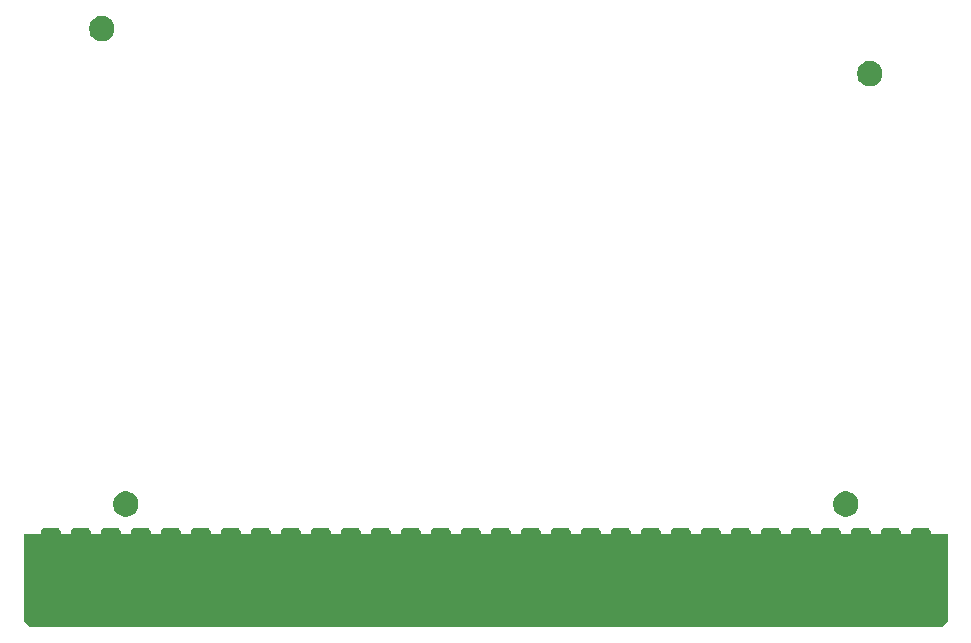
<source format=gbs>
G04 #@! TF.GenerationSoftware,KiCad,Pcbnew,(5.1.2-1)-1*
G04 #@! TF.CreationDate,2019-07-21T13:59:44-04:00*
G04 #@! TF.ProjectId,RAM2E,52414d32-452e-46b6-9963-61645f706362,rev?*
G04 #@! TF.SameCoordinates,Original*
G04 #@! TF.FileFunction,Soldermask,Bot*
G04 #@! TF.FilePolarity,Negative*
%FSLAX46Y46*%
G04 Gerber Fmt 4.6, Leading zero omitted, Abs format (unit mm)*
G04 Created by KiCad (PCBNEW (5.1.2-1)-1) date 2019-07-21 13:59:44*
%MOMM*%
%LPD*%
G04 APERTURE LIST*
%ADD10C,0.100000*%
G04 APERTURE END LIST*
D10*
G36*
X276606000Y-139446000D02*
G01*
X276098000Y-139954000D01*
X198882000Y-139954000D01*
X198374000Y-139446000D01*
X198374000Y-132080000D01*
X276606000Y-132080000D01*
X276606000Y-139446000D01*
G37*
G36*
X274846355Y-131543544D02*
G01*
X274918967Y-131565570D01*
X274985881Y-131601336D01*
X275044531Y-131649469D01*
X275092664Y-131708119D01*
X275128430Y-131775033D01*
X275150456Y-131847645D01*
X275158200Y-131926267D01*
X275158200Y-138837733D01*
X275150456Y-138916355D01*
X275128430Y-138988967D01*
X275092664Y-139055881D01*
X275044531Y-139114531D01*
X274985881Y-139162664D01*
X274918967Y-139198430D01*
X274846355Y-139220456D01*
X274767733Y-139228200D01*
X273872267Y-139228200D01*
X273793645Y-139220456D01*
X273721033Y-139198430D01*
X273654119Y-139162664D01*
X273595469Y-139114531D01*
X273547336Y-139055881D01*
X273511570Y-138988967D01*
X273489544Y-138916355D01*
X273481800Y-138837733D01*
X273481800Y-131926267D01*
X273489544Y-131847645D01*
X273511570Y-131775033D01*
X273547336Y-131708119D01*
X273595469Y-131649469D01*
X273654119Y-131601336D01*
X273721033Y-131565570D01*
X273793645Y-131543544D01*
X273872267Y-131535800D01*
X274767733Y-131535800D01*
X274846355Y-131543544D01*
X274846355Y-131543544D01*
G37*
G36*
X272306355Y-131543544D02*
G01*
X272378967Y-131565570D01*
X272445881Y-131601336D01*
X272504531Y-131649469D01*
X272552664Y-131708119D01*
X272588430Y-131775033D01*
X272610456Y-131847645D01*
X272618200Y-131926267D01*
X272618200Y-138837733D01*
X272610456Y-138916355D01*
X272588430Y-138988967D01*
X272552664Y-139055881D01*
X272504531Y-139114531D01*
X272445881Y-139162664D01*
X272378967Y-139198430D01*
X272306355Y-139220456D01*
X272227733Y-139228200D01*
X271332267Y-139228200D01*
X271253645Y-139220456D01*
X271181033Y-139198430D01*
X271114119Y-139162664D01*
X271055469Y-139114531D01*
X271007336Y-139055881D01*
X270971570Y-138988967D01*
X270949544Y-138916355D01*
X270941800Y-138837733D01*
X270941800Y-131926267D01*
X270949544Y-131847645D01*
X270971570Y-131775033D01*
X271007336Y-131708119D01*
X271055469Y-131649469D01*
X271114119Y-131601336D01*
X271181033Y-131565570D01*
X271253645Y-131543544D01*
X271332267Y-131535800D01*
X272227733Y-131535800D01*
X272306355Y-131543544D01*
X272306355Y-131543544D01*
G37*
G36*
X269766355Y-131543544D02*
G01*
X269838967Y-131565570D01*
X269905881Y-131601336D01*
X269964531Y-131649469D01*
X270012664Y-131708119D01*
X270048430Y-131775033D01*
X270070456Y-131847645D01*
X270078200Y-131926267D01*
X270078200Y-138837733D01*
X270070456Y-138916355D01*
X270048430Y-138988967D01*
X270012664Y-139055881D01*
X269964531Y-139114531D01*
X269905881Y-139162664D01*
X269838967Y-139198430D01*
X269766355Y-139220456D01*
X269687733Y-139228200D01*
X268792267Y-139228200D01*
X268713645Y-139220456D01*
X268641033Y-139198430D01*
X268574119Y-139162664D01*
X268515469Y-139114531D01*
X268467336Y-139055881D01*
X268431570Y-138988967D01*
X268409544Y-138916355D01*
X268401800Y-138837733D01*
X268401800Y-131926267D01*
X268409544Y-131847645D01*
X268431570Y-131775033D01*
X268467336Y-131708119D01*
X268515469Y-131649469D01*
X268574119Y-131601336D01*
X268641033Y-131565570D01*
X268713645Y-131543544D01*
X268792267Y-131535800D01*
X269687733Y-131535800D01*
X269766355Y-131543544D01*
X269766355Y-131543544D01*
G37*
G36*
X267226355Y-131543544D02*
G01*
X267298967Y-131565570D01*
X267365881Y-131601336D01*
X267424531Y-131649469D01*
X267472664Y-131708119D01*
X267508430Y-131775033D01*
X267530456Y-131847645D01*
X267538200Y-131926267D01*
X267538200Y-138837733D01*
X267530456Y-138916355D01*
X267508430Y-138988967D01*
X267472664Y-139055881D01*
X267424531Y-139114531D01*
X267365881Y-139162664D01*
X267298967Y-139198430D01*
X267226355Y-139220456D01*
X267147733Y-139228200D01*
X266252267Y-139228200D01*
X266173645Y-139220456D01*
X266101033Y-139198430D01*
X266034119Y-139162664D01*
X265975469Y-139114531D01*
X265927336Y-139055881D01*
X265891570Y-138988967D01*
X265869544Y-138916355D01*
X265861800Y-138837733D01*
X265861800Y-131926267D01*
X265869544Y-131847645D01*
X265891570Y-131775033D01*
X265927336Y-131708119D01*
X265975469Y-131649469D01*
X266034119Y-131601336D01*
X266101033Y-131565570D01*
X266173645Y-131543544D01*
X266252267Y-131535800D01*
X267147733Y-131535800D01*
X267226355Y-131543544D01*
X267226355Y-131543544D01*
G37*
G36*
X264686355Y-131543544D02*
G01*
X264758967Y-131565570D01*
X264825881Y-131601336D01*
X264884531Y-131649469D01*
X264932664Y-131708119D01*
X264968430Y-131775033D01*
X264990456Y-131847645D01*
X264998200Y-131926267D01*
X264998200Y-138837733D01*
X264990456Y-138916355D01*
X264968430Y-138988967D01*
X264932664Y-139055881D01*
X264884531Y-139114531D01*
X264825881Y-139162664D01*
X264758967Y-139198430D01*
X264686355Y-139220456D01*
X264607733Y-139228200D01*
X263712267Y-139228200D01*
X263633645Y-139220456D01*
X263561033Y-139198430D01*
X263494119Y-139162664D01*
X263435469Y-139114531D01*
X263387336Y-139055881D01*
X263351570Y-138988967D01*
X263329544Y-138916355D01*
X263321800Y-138837733D01*
X263321800Y-131926267D01*
X263329544Y-131847645D01*
X263351570Y-131775033D01*
X263387336Y-131708119D01*
X263435469Y-131649469D01*
X263494119Y-131601336D01*
X263561033Y-131565570D01*
X263633645Y-131543544D01*
X263712267Y-131535800D01*
X264607733Y-131535800D01*
X264686355Y-131543544D01*
X264686355Y-131543544D01*
G37*
G36*
X262146355Y-131543544D02*
G01*
X262218967Y-131565570D01*
X262285881Y-131601336D01*
X262344531Y-131649469D01*
X262392664Y-131708119D01*
X262428430Y-131775033D01*
X262450456Y-131847645D01*
X262458200Y-131926267D01*
X262458200Y-138837733D01*
X262450456Y-138916355D01*
X262428430Y-138988967D01*
X262392664Y-139055881D01*
X262344531Y-139114531D01*
X262285881Y-139162664D01*
X262218967Y-139198430D01*
X262146355Y-139220456D01*
X262067733Y-139228200D01*
X261172267Y-139228200D01*
X261093645Y-139220456D01*
X261021033Y-139198430D01*
X260954119Y-139162664D01*
X260895469Y-139114531D01*
X260847336Y-139055881D01*
X260811570Y-138988967D01*
X260789544Y-138916355D01*
X260781800Y-138837733D01*
X260781800Y-131926267D01*
X260789544Y-131847645D01*
X260811570Y-131775033D01*
X260847336Y-131708119D01*
X260895469Y-131649469D01*
X260954119Y-131601336D01*
X261021033Y-131565570D01*
X261093645Y-131543544D01*
X261172267Y-131535800D01*
X262067733Y-131535800D01*
X262146355Y-131543544D01*
X262146355Y-131543544D01*
G37*
G36*
X259606355Y-131543544D02*
G01*
X259678967Y-131565570D01*
X259745881Y-131601336D01*
X259804531Y-131649469D01*
X259852664Y-131708119D01*
X259888430Y-131775033D01*
X259910456Y-131847645D01*
X259918200Y-131926267D01*
X259918200Y-138837733D01*
X259910456Y-138916355D01*
X259888430Y-138988967D01*
X259852664Y-139055881D01*
X259804531Y-139114531D01*
X259745881Y-139162664D01*
X259678967Y-139198430D01*
X259606355Y-139220456D01*
X259527733Y-139228200D01*
X258632267Y-139228200D01*
X258553645Y-139220456D01*
X258481033Y-139198430D01*
X258414119Y-139162664D01*
X258355469Y-139114531D01*
X258307336Y-139055881D01*
X258271570Y-138988967D01*
X258249544Y-138916355D01*
X258241800Y-138837733D01*
X258241800Y-131926267D01*
X258249544Y-131847645D01*
X258271570Y-131775033D01*
X258307336Y-131708119D01*
X258355469Y-131649469D01*
X258414119Y-131601336D01*
X258481033Y-131565570D01*
X258553645Y-131543544D01*
X258632267Y-131535800D01*
X259527733Y-131535800D01*
X259606355Y-131543544D01*
X259606355Y-131543544D01*
G37*
G36*
X257066355Y-131543544D02*
G01*
X257138967Y-131565570D01*
X257205881Y-131601336D01*
X257264531Y-131649469D01*
X257312664Y-131708119D01*
X257348430Y-131775033D01*
X257370456Y-131847645D01*
X257378200Y-131926267D01*
X257378200Y-138837733D01*
X257370456Y-138916355D01*
X257348430Y-138988967D01*
X257312664Y-139055881D01*
X257264531Y-139114531D01*
X257205881Y-139162664D01*
X257138967Y-139198430D01*
X257066355Y-139220456D01*
X256987733Y-139228200D01*
X256092267Y-139228200D01*
X256013645Y-139220456D01*
X255941033Y-139198430D01*
X255874119Y-139162664D01*
X255815469Y-139114531D01*
X255767336Y-139055881D01*
X255731570Y-138988967D01*
X255709544Y-138916355D01*
X255701800Y-138837733D01*
X255701800Y-131926267D01*
X255709544Y-131847645D01*
X255731570Y-131775033D01*
X255767336Y-131708119D01*
X255815469Y-131649469D01*
X255874119Y-131601336D01*
X255941033Y-131565570D01*
X256013645Y-131543544D01*
X256092267Y-131535800D01*
X256987733Y-131535800D01*
X257066355Y-131543544D01*
X257066355Y-131543544D01*
G37*
G36*
X254526355Y-131543544D02*
G01*
X254598967Y-131565570D01*
X254665881Y-131601336D01*
X254724531Y-131649469D01*
X254772664Y-131708119D01*
X254808430Y-131775033D01*
X254830456Y-131847645D01*
X254838200Y-131926267D01*
X254838200Y-138837733D01*
X254830456Y-138916355D01*
X254808430Y-138988967D01*
X254772664Y-139055881D01*
X254724531Y-139114531D01*
X254665881Y-139162664D01*
X254598967Y-139198430D01*
X254526355Y-139220456D01*
X254447733Y-139228200D01*
X253552267Y-139228200D01*
X253473645Y-139220456D01*
X253401033Y-139198430D01*
X253334119Y-139162664D01*
X253275469Y-139114531D01*
X253227336Y-139055881D01*
X253191570Y-138988967D01*
X253169544Y-138916355D01*
X253161800Y-138837733D01*
X253161800Y-131926267D01*
X253169544Y-131847645D01*
X253191570Y-131775033D01*
X253227336Y-131708119D01*
X253275469Y-131649469D01*
X253334119Y-131601336D01*
X253401033Y-131565570D01*
X253473645Y-131543544D01*
X253552267Y-131535800D01*
X254447733Y-131535800D01*
X254526355Y-131543544D01*
X254526355Y-131543544D01*
G37*
G36*
X251986355Y-131543544D02*
G01*
X252058967Y-131565570D01*
X252125881Y-131601336D01*
X252184531Y-131649469D01*
X252232664Y-131708119D01*
X252268430Y-131775033D01*
X252290456Y-131847645D01*
X252298200Y-131926267D01*
X252298200Y-138837733D01*
X252290456Y-138916355D01*
X252268430Y-138988967D01*
X252232664Y-139055881D01*
X252184531Y-139114531D01*
X252125881Y-139162664D01*
X252058967Y-139198430D01*
X251986355Y-139220456D01*
X251907733Y-139228200D01*
X251012267Y-139228200D01*
X250933645Y-139220456D01*
X250861033Y-139198430D01*
X250794119Y-139162664D01*
X250735469Y-139114531D01*
X250687336Y-139055881D01*
X250651570Y-138988967D01*
X250629544Y-138916355D01*
X250621800Y-138837733D01*
X250621800Y-131926267D01*
X250629544Y-131847645D01*
X250651570Y-131775033D01*
X250687336Y-131708119D01*
X250735469Y-131649469D01*
X250794119Y-131601336D01*
X250861033Y-131565570D01*
X250933645Y-131543544D01*
X251012267Y-131535800D01*
X251907733Y-131535800D01*
X251986355Y-131543544D01*
X251986355Y-131543544D01*
G37*
G36*
X249446355Y-131543544D02*
G01*
X249518967Y-131565570D01*
X249585881Y-131601336D01*
X249644531Y-131649469D01*
X249692664Y-131708119D01*
X249728430Y-131775033D01*
X249750456Y-131847645D01*
X249758200Y-131926267D01*
X249758200Y-138837733D01*
X249750456Y-138916355D01*
X249728430Y-138988967D01*
X249692664Y-139055881D01*
X249644531Y-139114531D01*
X249585881Y-139162664D01*
X249518967Y-139198430D01*
X249446355Y-139220456D01*
X249367733Y-139228200D01*
X248472267Y-139228200D01*
X248393645Y-139220456D01*
X248321033Y-139198430D01*
X248254119Y-139162664D01*
X248195469Y-139114531D01*
X248147336Y-139055881D01*
X248111570Y-138988967D01*
X248089544Y-138916355D01*
X248081800Y-138837733D01*
X248081800Y-131926267D01*
X248089544Y-131847645D01*
X248111570Y-131775033D01*
X248147336Y-131708119D01*
X248195469Y-131649469D01*
X248254119Y-131601336D01*
X248321033Y-131565570D01*
X248393645Y-131543544D01*
X248472267Y-131535800D01*
X249367733Y-131535800D01*
X249446355Y-131543544D01*
X249446355Y-131543544D01*
G37*
G36*
X246906355Y-131543544D02*
G01*
X246978967Y-131565570D01*
X247045881Y-131601336D01*
X247104531Y-131649469D01*
X247152664Y-131708119D01*
X247188430Y-131775033D01*
X247210456Y-131847645D01*
X247218200Y-131926267D01*
X247218200Y-138837733D01*
X247210456Y-138916355D01*
X247188430Y-138988967D01*
X247152664Y-139055881D01*
X247104531Y-139114531D01*
X247045881Y-139162664D01*
X246978967Y-139198430D01*
X246906355Y-139220456D01*
X246827733Y-139228200D01*
X245932267Y-139228200D01*
X245853645Y-139220456D01*
X245781033Y-139198430D01*
X245714119Y-139162664D01*
X245655469Y-139114531D01*
X245607336Y-139055881D01*
X245571570Y-138988967D01*
X245549544Y-138916355D01*
X245541800Y-138837733D01*
X245541800Y-131926267D01*
X245549544Y-131847645D01*
X245571570Y-131775033D01*
X245607336Y-131708119D01*
X245655469Y-131649469D01*
X245714119Y-131601336D01*
X245781033Y-131565570D01*
X245853645Y-131543544D01*
X245932267Y-131535800D01*
X246827733Y-131535800D01*
X246906355Y-131543544D01*
X246906355Y-131543544D01*
G37*
G36*
X244366355Y-131543544D02*
G01*
X244438967Y-131565570D01*
X244505881Y-131601336D01*
X244564531Y-131649469D01*
X244612664Y-131708119D01*
X244648430Y-131775033D01*
X244670456Y-131847645D01*
X244678200Y-131926267D01*
X244678200Y-138837733D01*
X244670456Y-138916355D01*
X244648430Y-138988967D01*
X244612664Y-139055881D01*
X244564531Y-139114531D01*
X244505881Y-139162664D01*
X244438967Y-139198430D01*
X244366355Y-139220456D01*
X244287733Y-139228200D01*
X243392267Y-139228200D01*
X243313645Y-139220456D01*
X243241033Y-139198430D01*
X243174119Y-139162664D01*
X243115469Y-139114531D01*
X243067336Y-139055881D01*
X243031570Y-138988967D01*
X243009544Y-138916355D01*
X243001800Y-138837733D01*
X243001800Y-131926267D01*
X243009544Y-131847645D01*
X243031570Y-131775033D01*
X243067336Y-131708119D01*
X243115469Y-131649469D01*
X243174119Y-131601336D01*
X243241033Y-131565570D01*
X243313645Y-131543544D01*
X243392267Y-131535800D01*
X244287733Y-131535800D01*
X244366355Y-131543544D01*
X244366355Y-131543544D01*
G37*
G36*
X241826355Y-131543544D02*
G01*
X241898967Y-131565570D01*
X241965881Y-131601336D01*
X242024531Y-131649469D01*
X242072664Y-131708119D01*
X242108430Y-131775033D01*
X242130456Y-131847645D01*
X242138200Y-131926267D01*
X242138200Y-138837733D01*
X242130456Y-138916355D01*
X242108430Y-138988967D01*
X242072664Y-139055881D01*
X242024531Y-139114531D01*
X241965881Y-139162664D01*
X241898967Y-139198430D01*
X241826355Y-139220456D01*
X241747733Y-139228200D01*
X240852267Y-139228200D01*
X240773645Y-139220456D01*
X240701033Y-139198430D01*
X240634119Y-139162664D01*
X240575469Y-139114531D01*
X240527336Y-139055881D01*
X240491570Y-138988967D01*
X240469544Y-138916355D01*
X240461800Y-138837733D01*
X240461800Y-131926267D01*
X240469544Y-131847645D01*
X240491570Y-131775033D01*
X240527336Y-131708119D01*
X240575469Y-131649469D01*
X240634119Y-131601336D01*
X240701033Y-131565570D01*
X240773645Y-131543544D01*
X240852267Y-131535800D01*
X241747733Y-131535800D01*
X241826355Y-131543544D01*
X241826355Y-131543544D01*
G37*
G36*
X239286355Y-131543544D02*
G01*
X239358967Y-131565570D01*
X239425881Y-131601336D01*
X239484531Y-131649469D01*
X239532664Y-131708119D01*
X239568430Y-131775033D01*
X239590456Y-131847645D01*
X239598200Y-131926267D01*
X239598200Y-138837733D01*
X239590456Y-138916355D01*
X239568430Y-138988967D01*
X239532664Y-139055881D01*
X239484531Y-139114531D01*
X239425881Y-139162664D01*
X239358967Y-139198430D01*
X239286355Y-139220456D01*
X239207733Y-139228200D01*
X238312267Y-139228200D01*
X238233645Y-139220456D01*
X238161033Y-139198430D01*
X238094119Y-139162664D01*
X238035469Y-139114531D01*
X237987336Y-139055881D01*
X237951570Y-138988967D01*
X237929544Y-138916355D01*
X237921800Y-138837733D01*
X237921800Y-131926267D01*
X237929544Y-131847645D01*
X237951570Y-131775033D01*
X237987336Y-131708119D01*
X238035469Y-131649469D01*
X238094119Y-131601336D01*
X238161033Y-131565570D01*
X238233645Y-131543544D01*
X238312267Y-131535800D01*
X239207733Y-131535800D01*
X239286355Y-131543544D01*
X239286355Y-131543544D01*
G37*
G36*
X236746355Y-131543544D02*
G01*
X236818967Y-131565570D01*
X236885881Y-131601336D01*
X236944531Y-131649469D01*
X236992664Y-131708119D01*
X237028430Y-131775033D01*
X237050456Y-131847645D01*
X237058200Y-131926267D01*
X237058200Y-138837733D01*
X237050456Y-138916355D01*
X237028430Y-138988967D01*
X236992664Y-139055881D01*
X236944531Y-139114531D01*
X236885881Y-139162664D01*
X236818967Y-139198430D01*
X236746355Y-139220456D01*
X236667733Y-139228200D01*
X235772267Y-139228200D01*
X235693645Y-139220456D01*
X235621033Y-139198430D01*
X235554119Y-139162664D01*
X235495469Y-139114531D01*
X235447336Y-139055881D01*
X235411570Y-138988967D01*
X235389544Y-138916355D01*
X235381800Y-138837733D01*
X235381800Y-131926267D01*
X235389544Y-131847645D01*
X235411570Y-131775033D01*
X235447336Y-131708119D01*
X235495469Y-131649469D01*
X235554119Y-131601336D01*
X235621033Y-131565570D01*
X235693645Y-131543544D01*
X235772267Y-131535800D01*
X236667733Y-131535800D01*
X236746355Y-131543544D01*
X236746355Y-131543544D01*
G37*
G36*
X234206355Y-131543544D02*
G01*
X234278967Y-131565570D01*
X234345881Y-131601336D01*
X234404531Y-131649469D01*
X234452664Y-131708119D01*
X234488430Y-131775033D01*
X234510456Y-131847645D01*
X234518200Y-131926267D01*
X234518200Y-138837733D01*
X234510456Y-138916355D01*
X234488430Y-138988967D01*
X234452664Y-139055881D01*
X234404531Y-139114531D01*
X234345881Y-139162664D01*
X234278967Y-139198430D01*
X234206355Y-139220456D01*
X234127733Y-139228200D01*
X233232267Y-139228200D01*
X233153645Y-139220456D01*
X233081033Y-139198430D01*
X233014119Y-139162664D01*
X232955469Y-139114531D01*
X232907336Y-139055881D01*
X232871570Y-138988967D01*
X232849544Y-138916355D01*
X232841800Y-138837733D01*
X232841800Y-131926267D01*
X232849544Y-131847645D01*
X232871570Y-131775033D01*
X232907336Y-131708119D01*
X232955469Y-131649469D01*
X233014119Y-131601336D01*
X233081033Y-131565570D01*
X233153645Y-131543544D01*
X233232267Y-131535800D01*
X234127733Y-131535800D01*
X234206355Y-131543544D01*
X234206355Y-131543544D01*
G37*
G36*
X231666355Y-131543544D02*
G01*
X231738967Y-131565570D01*
X231805881Y-131601336D01*
X231864531Y-131649469D01*
X231912664Y-131708119D01*
X231948430Y-131775033D01*
X231970456Y-131847645D01*
X231978200Y-131926267D01*
X231978200Y-138837733D01*
X231970456Y-138916355D01*
X231948430Y-138988967D01*
X231912664Y-139055881D01*
X231864531Y-139114531D01*
X231805881Y-139162664D01*
X231738967Y-139198430D01*
X231666355Y-139220456D01*
X231587733Y-139228200D01*
X230692267Y-139228200D01*
X230613645Y-139220456D01*
X230541033Y-139198430D01*
X230474119Y-139162664D01*
X230415469Y-139114531D01*
X230367336Y-139055881D01*
X230331570Y-138988967D01*
X230309544Y-138916355D01*
X230301800Y-138837733D01*
X230301800Y-131926267D01*
X230309544Y-131847645D01*
X230331570Y-131775033D01*
X230367336Y-131708119D01*
X230415469Y-131649469D01*
X230474119Y-131601336D01*
X230541033Y-131565570D01*
X230613645Y-131543544D01*
X230692267Y-131535800D01*
X231587733Y-131535800D01*
X231666355Y-131543544D01*
X231666355Y-131543544D01*
G37*
G36*
X229126355Y-131543544D02*
G01*
X229198967Y-131565570D01*
X229265881Y-131601336D01*
X229324531Y-131649469D01*
X229372664Y-131708119D01*
X229408430Y-131775033D01*
X229430456Y-131847645D01*
X229438200Y-131926267D01*
X229438200Y-138837733D01*
X229430456Y-138916355D01*
X229408430Y-138988967D01*
X229372664Y-139055881D01*
X229324531Y-139114531D01*
X229265881Y-139162664D01*
X229198967Y-139198430D01*
X229126355Y-139220456D01*
X229047733Y-139228200D01*
X228152267Y-139228200D01*
X228073645Y-139220456D01*
X228001033Y-139198430D01*
X227934119Y-139162664D01*
X227875469Y-139114531D01*
X227827336Y-139055881D01*
X227791570Y-138988967D01*
X227769544Y-138916355D01*
X227761800Y-138837733D01*
X227761800Y-131926267D01*
X227769544Y-131847645D01*
X227791570Y-131775033D01*
X227827336Y-131708119D01*
X227875469Y-131649469D01*
X227934119Y-131601336D01*
X228001033Y-131565570D01*
X228073645Y-131543544D01*
X228152267Y-131535800D01*
X229047733Y-131535800D01*
X229126355Y-131543544D01*
X229126355Y-131543544D01*
G37*
G36*
X226586355Y-131543544D02*
G01*
X226658967Y-131565570D01*
X226725881Y-131601336D01*
X226784531Y-131649469D01*
X226832664Y-131708119D01*
X226868430Y-131775033D01*
X226890456Y-131847645D01*
X226898200Y-131926267D01*
X226898200Y-138837733D01*
X226890456Y-138916355D01*
X226868430Y-138988967D01*
X226832664Y-139055881D01*
X226784531Y-139114531D01*
X226725881Y-139162664D01*
X226658967Y-139198430D01*
X226586355Y-139220456D01*
X226507733Y-139228200D01*
X225612267Y-139228200D01*
X225533645Y-139220456D01*
X225461033Y-139198430D01*
X225394119Y-139162664D01*
X225335469Y-139114531D01*
X225287336Y-139055881D01*
X225251570Y-138988967D01*
X225229544Y-138916355D01*
X225221800Y-138837733D01*
X225221800Y-131926267D01*
X225229544Y-131847645D01*
X225251570Y-131775033D01*
X225287336Y-131708119D01*
X225335469Y-131649469D01*
X225394119Y-131601336D01*
X225461033Y-131565570D01*
X225533645Y-131543544D01*
X225612267Y-131535800D01*
X226507733Y-131535800D01*
X226586355Y-131543544D01*
X226586355Y-131543544D01*
G37*
G36*
X224046355Y-131543544D02*
G01*
X224118967Y-131565570D01*
X224185881Y-131601336D01*
X224244531Y-131649469D01*
X224292664Y-131708119D01*
X224328430Y-131775033D01*
X224350456Y-131847645D01*
X224358200Y-131926267D01*
X224358200Y-138837733D01*
X224350456Y-138916355D01*
X224328430Y-138988967D01*
X224292664Y-139055881D01*
X224244531Y-139114531D01*
X224185881Y-139162664D01*
X224118967Y-139198430D01*
X224046355Y-139220456D01*
X223967733Y-139228200D01*
X223072267Y-139228200D01*
X222993645Y-139220456D01*
X222921033Y-139198430D01*
X222854119Y-139162664D01*
X222795469Y-139114531D01*
X222747336Y-139055881D01*
X222711570Y-138988967D01*
X222689544Y-138916355D01*
X222681800Y-138837733D01*
X222681800Y-131926267D01*
X222689544Y-131847645D01*
X222711570Y-131775033D01*
X222747336Y-131708119D01*
X222795469Y-131649469D01*
X222854119Y-131601336D01*
X222921033Y-131565570D01*
X222993645Y-131543544D01*
X223072267Y-131535800D01*
X223967733Y-131535800D01*
X224046355Y-131543544D01*
X224046355Y-131543544D01*
G37*
G36*
X221506355Y-131543544D02*
G01*
X221578967Y-131565570D01*
X221645881Y-131601336D01*
X221704531Y-131649469D01*
X221752664Y-131708119D01*
X221788430Y-131775033D01*
X221810456Y-131847645D01*
X221818200Y-131926267D01*
X221818200Y-138837733D01*
X221810456Y-138916355D01*
X221788430Y-138988967D01*
X221752664Y-139055881D01*
X221704531Y-139114531D01*
X221645881Y-139162664D01*
X221578967Y-139198430D01*
X221506355Y-139220456D01*
X221427733Y-139228200D01*
X220532267Y-139228200D01*
X220453645Y-139220456D01*
X220381033Y-139198430D01*
X220314119Y-139162664D01*
X220255469Y-139114531D01*
X220207336Y-139055881D01*
X220171570Y-138988967D01*
X220149544Y-138916355D01*
X220141800Y-138837733D01*
X220141800Y-131926267D01*
X220149544Y-131847645D01*
X220171570Y-131775033D01*
X220207336Y-131708119D01*
X220255469Y-131649469D01*
X220314119Y-131601336D01*
X220381033Y-131565570D01*
X220453645Y-131543544D01*
X220532267Y-131535800D01*
X221427733Y-131535800D01*
X221506355Y-131543544D01*
X221506355Y-131543544D01*
G37*
G36*
X218966355Y-131543544D02*
G01*
X219038967Y-131565570D01*
X219105881Y-131601336D01*
X219164531Y-131649469D01*
X219212664Y-131708119D01*
X219248430Y-131775033D01*
X219270456Y-131847645D01*
X219278200Y-131926267D01*
X219278200Y-138837733D01*
X219270456Y-138916355D01*
X219248430Y-138988967D01*
X219212664Y-139055881D01*
X219164531Y-139114531D01*
X219105881Y-139162664D01*
X219038967Y-139198430D01*
X218966355Y-139220456D01*
X218887733Y-139228200D01*
X217992267Y-139228200D01*
X217913645Y-139220456D01*
X217841033Y-139198430D01*
X217774119Y-139162664D01*
X217715469Y-139114531D01*
X217667336Y-139055881D01*
X217631570Y-138988967D01*
X217609544Y-138916355D01*
X217601800Y-138837733D01*
X217601800Y-131926267D01*
X217609544Y-131847645D01*
X217631570Y-131775033D01*
X217667336Y-131708119D01*
X217715469Y-131649469D01*
X217774119Y-131601336D01*
X217841033Y-131565570D01*
X217913645Y-131543544D01*
X217992267Y-131535800D01*
X218887733Y-131535800D01*
X218966355Y-131543544D01*
X218966355Y-131543544D01*
G37*
G36*
X216426355Y-131543544D02*
G01*
X216498967Y-131565570D01*
X216565881Y-131601336D01*
X216624531Y-131649469D01*
X216672664Y-131708119D01*
X216708430Y-131775033D01*
X216730456Y-131847645D01*
X216738200Y-131926267D01*
X216738200Y-138837733D01*
X216730456Y-138916355D01*
X216708430Y-138988967D01*
X216672664Y-139055881D01*
X216624531Y-139114531D01*
X216565881Y-139162664D01*
X216498967Y-139198430D01*
X216426355Y-139220456D01*
X216347733Y-139228200D01*
X215452267Y-139228200D01*
X215373645Y-139220456D01*
X215301033Y-139198430D01*
X215234119Y-139162664D01*
X215175469Y-139114531D01*
X215127336Y-139055881D01*
X215091570Y-138988967D01*
X215069544Y-138916355D01*
X215061800Y-138837733D01*
X215061800Y-131926267D01*
X215069544Y-131847645D01*
X215091570Y-131775033D01*
X215127336Y-131708119D01*
X215175469Y-131649469D01*
X215234119Y-131601336D01*
X215301033Y-131565570D01*
X215373645Y-131543544D01*
X215452267Y-131535800D01*
X216347733Y-131535800D01*
X216426355Y-131543544D01*
X216426355Y-131543544D01*
G37*
G36*
X213886355Y-131543544D02*
G01*
X213958967Y-131565570D01*
X214025881Y-131601336D01*
X214084531Y-131649469D01*
X214132664Y-131708119D01*
X214168430Y-131775033D01*
X214190456Y-131847645D01*
X214198200Y-131926267D01*
X214198200Y-138837733D01*
X214190456Y-138916355D01*
X214168430Y-138988967D01*
X214132664Y-139055881D01*
X214084531Y-139114531D01*
X214025881Y-139162664D01*
X213958967Y-139198430D01*
X213886355Y-139220456D01*
X213807733Y-139228200D01*
X212912267Y-139228200D01*
X212833645Y-139220456D01*
X212761033Y-139198430D01*
X212694119Y-139162664D01*
X212635469Y-139114531D01*
X212587336Y-139055881D01*
X212551570Y-138988967D01*
X212529544Y-138916355D01*
X212521800Y-138837733D01*
X212521800Y-131926267D01*
X212529544Y-131847645D01*
X212551570Y-131775033D01*
X212587336Y-131708119D01*
X212635469Y-131649469D01*
X212694119Y-131601336D01*
X212761033Y-131565570D01*
X212833645Y-131543544D01*
X212912267Y-131535800D01*
X213807733Y-131535800D01*
X213886355Y-131543544D01*
X213886355Y-131543544D01*
G37*
G36*
X211346355Y-131543544D02*
G01*
X211418967Y-131565570D01*
X211485881Y-131601336D01*
X211544531Y-131649469D01*
X211592664Y-131708119D01*
X211628430Y-131775033D01*
X211650456Y-131847645D01*
X211658200Y-131926267D01*
X211658200Y-138837733D01*
X211650456Y-138916355D01*
X211628430Y-138988967D01*
X211592664Y-139055881D01*
X211544531Y-139114531D01*
X211485881Y-139162664D01*
X211418967Y-139198430D01*
X211346355Y-139220456D01*
X211267733Y-139228200D01*
X210372267Y-139228200D01*
X210293645Y-139220456D01*
X210221033Y-139198430D01*
X210154119Y-139162664D01*
X210095469Y-139114531D01*
X210047336Y-139055881D01*
X210011570Y-138988967D01*
X209989544Y-138916355D01*
X209981800Y-138837733D01*
X209981800Y-131926267D01*
X209989544Y-131847645D01*
X210011570Y-131775033D01*
X210047336Y-131708119D01*
X210095469Y-131649469D01*
X210154119Y-131601336D01*
X210221033Y-131565570D01*
X210293645Y-131543544D01*
X210372267Y-131535800D01*
X211267733Y-131535800D01*
X211346355Y-131543544D01*
X211346355Y-131543544D01*
G37*
G36*
X208806355Y-131543544D02*
G01*
X208878967Y-131565570D01*
X208945881Y-131601336D01*
X209004531Y-131649469D01*
X209052664Y-131708119D01*
X209088430Y-131775033D01*
X209110456Y-131847645D01*
X209118200Y-131926267D01*
X209118200Y-138837733D01*
X209110456Y-138916355D01*
X209088430Y-138988967D01*
X209052664Y-139055881D01*
X209004531Y-139114531D01*
X208945881Y-139162664D01*
X208878967Y-139198430D01*
X208806355Y-139220456D01*
X208727733Y-139228200D01*
X207832267Y-139228200D01*
X207753645Y-139220456D01*
X207681033Y-139198430D01*
X207614119Y-139162664D01*
X207555469Y-139114531D01*
X207507336Y-139055881D01*
X207471570Y-138988967D01*
X207449544Y-138916355D01*
X207441800Y-138837733D01*
X207441800Y-131926267D01*
X207449544Y-131847645D01*
X207471570Y-131775033D01*
X207507336Y-131708119D01*
X207555469Y-131649469D01*
X207614119Y-131601336D01*
X207681033Y-131565570D01*
X207753645Y-131543544D01*
X207832267Y-131535800D01*
X208727733Y-131535800D01*
X208806355Y-131543544D01*
X208806355Y-131543544D01*
G37*
G36*
X206266355Y-131543544D02*
G01*
X206338967Y-131565570D01*
X206405881Y-131601336D01*
X206464531Y-131649469D01*
X206512664Y-131708119D01*
X206548430Y-131775033D01*
X206570456Y-131847645D01*
X206578200Y-131926267D01*
X206578200Y-138837733D01*
X206570456Y-138916355D01*
X206548430Y-138988967D01*
X206512664Y-139055881D01*
X206464531Y-139114531D01*
X206405881Y-139162664D01*
X206338967Y-139198430D01*
X206266355Y-139220456D01*
X206187733Y-139228200D01*
X205292267Y-139228200D01*
X205213645Y-139220456D01*
X205141033Y-139198430D01*
X205074119Y-139162664D01*
X205015469Y-139114531D01*
X204967336Y-139055881D01*
X204931570Y-138988967D01*
X204909544Y-138916355D01*
X204901800Y-138837733D01*
X204901800Y-131926267D01*
X204909544Y-131847645D01*
X204931570Y-131775033D01*
X204967336Y-131708119D01*
X205015469Y-131649469D01*
X205074119Y-131601336D01*
X205141033Y-131565570D01*
X205213645Y-131543544D01*
X205292267Y-131535800D01*
X206187733Y-131535800D01*
X206266355Y-131543544D01*
X206266355Y-131543544D01*
G37*
G36*
X203726355Y-131543544D02*
G01*
X203798967Y-131565570D01*
X203865881Y-131601336D01*
X203924531Y-131649469D01*
X203972664Y-131708119D01*
X204008430Y-131775033D01*
X204030456Y-131847645D01*
X204038200Y-131926267D01*
X204038200Y-138837733D01*
X204030456Y-138916355D01*
X204008430Y-138988967D01*
X203972664Y-139055881D01*
X203924531Y-139114531D01*
X203865881Y-139162664D01*
X203798967Y-139198430D01*
X203726355Y-139220456D01*
X203647733Y-139228200D01*
X202752267Y-139228200D01*
X202673645Y-139220456D01*
X202601033Y-139198430D01*
X202534119Y-139162664D01*
X202475469Y-139114531D01*
X202427336Y-139055881D01*
X202391570Y-138988967D01*
X202369544Y-138916355D01*
X202361800Y-138837733D01*
X202361800Y-131926267D01*
X202369544Y-131847645D01*
X202391570Y-131775033D01*
X202427336Y-131708119D01*
X202475469Y-131649469D01*
X202534119Y-131601336D01*
X202601033Y-131565570D01*
X202673645Y-131543544D01*
X202752267Y-131535800D01*
X203647733Y-131535800D01*
X203726355Y-131543544D01*
X203726355Y-131543544D01*
G37*
G36*
X201186355Y-131543544D02*
G01*
X201258967Y-131565570D01*
X201325881Y-131601336D01*
X201384531Y-131649469D01*
X201432664Y-131708119D01*
X201468430Y-131775033D01*
X201490456Y-131847645D01*
X201498200Y-131926267D01*
X201498200Y-138837733D01*
X201490456Y-138916355D01*
X201468430Y-138988967D01*
X201432664Y-139055881D01*
X201384531Y-139114531D01*
X201325881Y-139162664D01*
X201258967Y-139198430D01*
X201186355Y-139220456D01*
X201107733Y-139228200D01*
X200212267Y-139228200D01*
X200133645Y-139220456D01*
X200061033Y-139198430D01*
X199994119Y-139162664D01*
X199935469Y-139114531D01*
X199887336Y-139055881D01*
X199851570Y-138988967D01*
X199829544Y-138916355D01*
X199821800Y-138837733D01*
X199821800Y-131926267D01*
X199829544Y-131847645D01*
X199851570Y-131775033D01*
X199887336Y-131708119D01*
X199935469Y-131649469D01*
X199994119Y-131601336D01*
X200061033Y-131565570D01*
X200133645Y-131543544D01*
X200212267Y-131535800D01*
X201107733Y-131535800D01*
X201186355Y-131543544D01*
X201186355Y-131543544D01*
G37*
G36*
X268283914Y-128505157D02*
G01*
X268479777Y-128586286D01*
X268656033Y-128704057D01*
X268805943Y-128853967D01*
X268923714Y-129030223D01*
X269004843Y-129226086D01*
X269046200Y-129434004D01*
X269046200Y-129645996D01*
X269004843Y-129853914D01*
X268923714Y-130049777D01*
X268805943Y-130226033D01*
X268656033Y-130375943D01*
X268479777Y-130493714D01*
X268283914Y-130574843D01*
X268075996Y-130616200D01*
X267864004Y-130616200D01*
X267656086Y-130574843D01*
X267460223Y-130493714D01*
X267283967Y-130375943D01*
X267134057Y-130226033D01*
X267016286Y-130049777D01*
X266935157Y-129853914D01*
X266893800Y-129645996D01*
X266893800Y-129434004D01*
X266935157Y-129226086D01*
X267016286Y-129030223D01*
X267134057Y-128853967D01*
X267283967Y-128704057D01*
X267460223Y-128586286D01*
X267656086Y-128505157D01*
X267864004Y-128463800D01*
X268075996Y-128463800D01*
X268283914Y-128505157D01*
X268283914Y-128505157D01*
G37*
G36*
X207323914Y-128505157D02*
G01*
X207519777Y-128586286D01*
X207696033Y-128704057D01*
X207845943Y-128853967D01*
X207963714Y-129030223D01*
X208044843Y-129226086D01*
X208086200Y-129434004D01*
X208086200Y-129645996D01*
X208044843Y-129853914D01*
X207963714Y-130049777D01*
X207845943Y-130226033D01*
X207696033Y-130375943D01*
X207519777Y-130493714D01*
X207323914Y-130574843D01*
X207115996Y-130616200D01*
X206904004Y-130616200D01*
X206696086Y-130574843D01*
X206500223Y-130493714D01*
X206323967Y-130375943D01*
X206174057Y-130226033D01*
X206056286Y-130049777D01*
X205975157Y-129853914D01*
X205933800Y-129645996D01*
X205933800Y-129434004D01*
X205975157Y-129226086D01*
X206056286Y-129030223D01*
X206174057Y-128853967D01*
X206323967Y-128704057D01*
X206500223Y-128586286D01*
X206696086Y-128505157D01*
X206904004Y-128463800D01*
X207115996Y-128463800D01*
X207323914Y-128505157D01*
X207323914Y-128505157D01*
G37*
G36*
X270315914Y-92056157D02*
G01*
X270511777Y-92137286D01*
X270688033Y-92255057D01*
X270837943Y-92404967D01*
X270955714Y-92581223D01*
X271036843Y-92777086D01*
X271078200Y-92985004D01*
X271078200Y-93196996D01*
X271036843Y-93404914D01*
X270955714Y-93600777D01*
X270837943Y-93777033D01*
X270688033Y-93926943D01*
X270511777Y-94044714D01*
X270315914Y-94125843D01*
X270107996Y-94167200D01*
X269896004Y-94167200D01*
X269688086Y-94125843D01*
X269492223Y-94044714D01*
X269315967Y-93926943D01*
X269166057Y-93777033D01*
X269048286Y-93600777D01*
X268967157Y-93404914D01*
X268925800Y-93196996D01*
X268925800Y-92985004D01*
X268967157Y-92777086D01*
X269048286Y-92581223D01*
X269166057Y-92404967D01*
X269315967Y-92255057D01*
X269492223Y-92137286D01*
X269688086Y-92056157D01*
X269896004Y-92014800D01*
X270107996Y-92014800D01*
X270315914Y-92056157D01*
X270315914Y-92056157D01*
G37*
G36*
X205291914Y-88246157D02*
G01*
X205487777Y-88327286D01*
X205664033Y-88445057D01*
X205813943Y-88594967D01*
X205931714Y-88771223D01*
X206012843Y-88967086D01*
X206054200Y-89175004D01*
X206054200Y-89386996D01*
X206012843Y-89594914D01*
X205931714Y-89790777D01*
X205813943Y-89967033D01*
X205664033Y-90116943D01*
X205487777Y-90234714D01*
X205291914Y-90315843D01*
X205083996Y-90357200D01*
X204872004Y-90357200D01*
X204664086Y-90315843D01*
X204468223Y-90234714D01*
X204291967Y-90116943D01*
X204142057Y-89967033D01*
X204024286Y-89790777D01*
X203943157Y-89594914D01*
X203901800Y-89386996D01*
X203901800Y-89175004D01*
X203943157Y-88967086D01*
X204024286Y-88771223D01*
X204142057Y-88594967D01*
X204291967Y-88445057D01*
X204468223Y-88327286D01*
X204664086Y-88246157D01*
X204872004Y-88204800D01*
X205083996Y-88204800D01*
X205291914Y-88246157D01*
X205291914Y-88246157D01*
G37*
M02*

</source>
